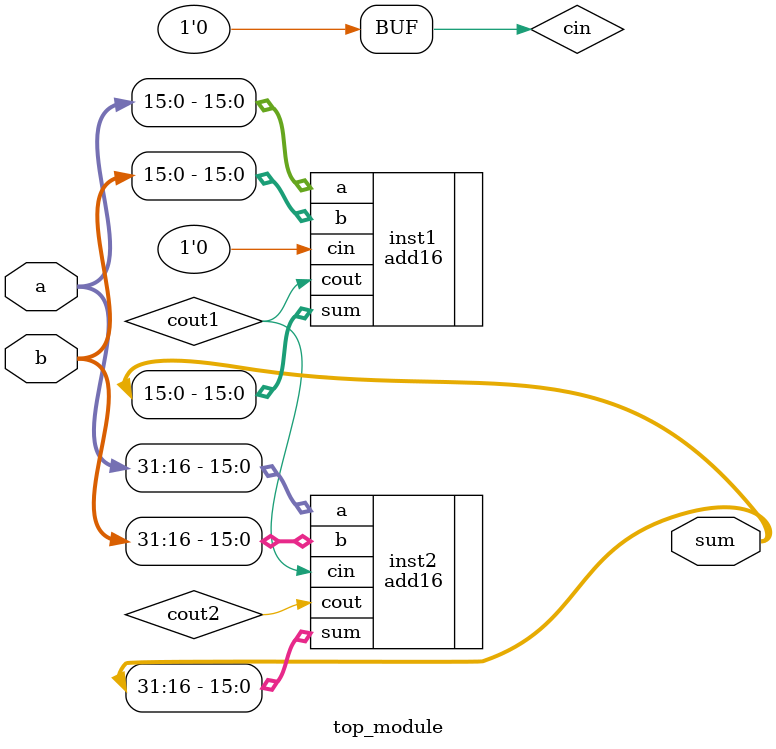
<source format=v>
module top_module(
    input [31:0] a,
    input [31:0] b,
    
    output [31:0] sum
);
    wire cin, cout1, cout2;
    assign cin = 0;
    add16 inst1(.a(a[15:0]), .b(b[15:0]), .cin(cin), .sum(sum[15:0]), .cout(cout1));
    add16 inst2(.a(a[31:16]), .b(b[31:16]), .cin(cout1), .sum(sum[31:16]), .cout(cout2));
endmodule

</source>
